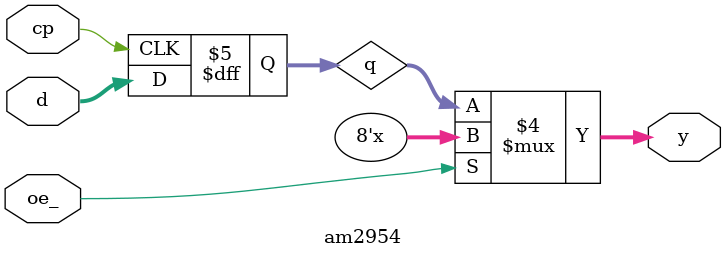
<source format=v>


// am2954 is WIDTH=8

module am2954(d, y, cp, oe_);
parameter WIDTH = 8;
input [WIDTH-1:0] d;
output [WIDTH-1:0] y;
input cp;
input oe_;

reg [WIDTH-1:0] q;

always @(posedge cp)
begin
	if (cp == 'b1) begin
		q <= d;
	end
end

assign y = (oe_=='b1) ? {WIDTH{1'bZ}} : q;

endmodule

</source>
